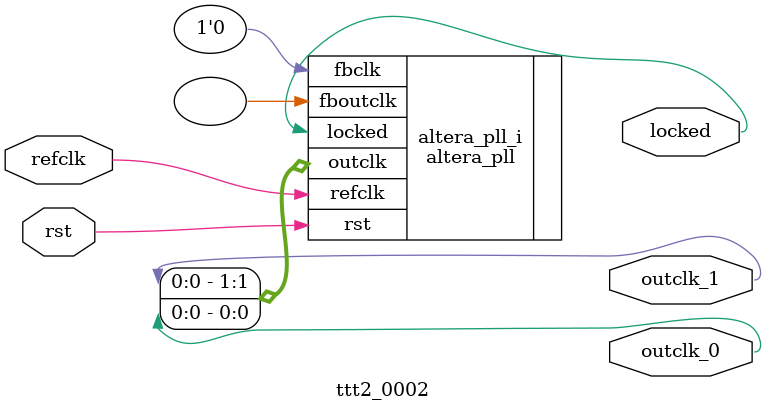
<source format=v>
`timescale 1ns/10ps
module  ttt2_0002(

	// interface 'refclk'
	input wire refclk,

	// interface 'reset'
	input wire rst,

	// interface 'outclk0'
	output wire outclk_0,

	// interface 'outclk1'
	output wire outclk_1,

	// interface 'locked'
	output wire locked
);

	altera_pll #(
		.fractional_vco_multiplier("false"),
		.reference_clock_frequency("125.0 MHz"),
		.operation_mode("direct"),
		.number_of_clocks(2),
		.output_clock_frequency0("6.400000 MHz"),
		.phase_shift0("0 ps"),
		.duty_cycle0(50),
		.output_clock_frequency1("0.800000 MHz"),
		.phase_shift1("0 ps"),
		.duty_cycle1(50),
		.output_clock_frequency2("0 MHz"),
		.phase_shift2("0 ps"),
		.duty_cycle2(50),
		.output_clock_frequency3("0 MHz"),
		.phase_shift3("0 ps"),
		.duty_cycle3(50),
		.output_clock_frequency4("0 MHz"),
		.phase_shift4("0 ps"),
		.duty_cycle4(50),
		.output_clock_frequency5("0 MHz"),
		.phase_shift5("0 ps"),
		.duty_cycle5(50),
		.output_clock_frequency6("0 MHz"),
		.phase_shift6("0 ps"),
		.duty_cycle6(50),
		.output_clock_frequency7("0 MHz"),
		.phase_shift7("0 ps"),
		.duty_cycle7(50),
		.output_clock_frequency8("0 MHz"),
		.phase_shift8("0 ps"),
		.duty_cycle8(50),
		.output_clock_frequency9("0 MHz"),
		.phase_shift9("0 ps"),
		.duty_cycle9(50),
		.output_clock_frequency10("0 MHz"),
		.phase_shift10("0 ps"),
		.duty_cycle10(50),
		.output_clock_frequency11("0 MHz"),
		.phase_shift11("0 ps"),
		.duty_cycle11(50),
		.output_clock_frequency12("0 MHz"),
		.phase_shift12("0 ps"),
		.duty_cycle12(50),
		.output_clock_frequency13("0 MHz"),
		.phase_shift13("0 ps"),
		.duty_cycle13(50),
		.output_clock_frequency14("0 MHz"),
		.phase_shift14("0 ps"),
		.duty_cycle14(50),
		.output_clock_frequency15("0 MHz"),
		.phase_shift15("0 ps"),
		.duty_cycle15(50),
		.output_clock_frequency16("0 MHz"),
		.phase_shift16("0 ps"),
		.duty_cycle16(50),
		.output_clock_frequency17("0 MHz"),
		.phase_shift17("0 ps"),
		.duty_cycle17(50),
		.pll_type("General"),
		.pll_subtype("General")
	) altera_pll_i (
		.rst	(rst),
		.outclk	({outclk_1, outclk_0}),
		.locked	(locked),
		.fboutclk	( ),
		.fbclk	(1'b0),
		.refclk	(refclk)
	);
endmodule


</source>
